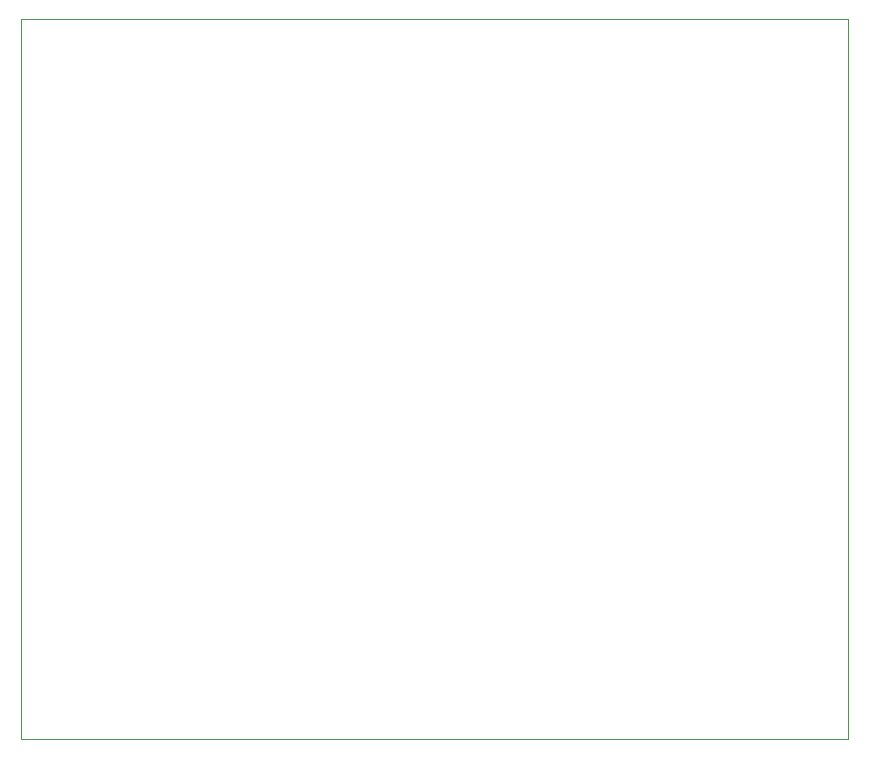
<source format=gm1>
G04 #@! TF.FileFunction,Profile,NP*
%FSLAX46Y46*%
G04 Gerber Fmt 4.6, Leading zero omitted, Abs format (unit mm)*
G04 Created by KiCad (PCBNEW 4.0.7) date 12/26/22 11:34:17*
%MOMM*%
%LPD*%
G01*
G04 APERTURE LIST*
%ADD10C,0.100000*%
G04 APERTURE END LIST*
D10*
X170000000Y-160000000D02*
X170000000Y-99000000D01*
X100000000Y-99000000D02*
X100000000Y-160000000D01*
X170000000Y-99000000D02*
X100000000Y-99000000D01*
X170000000Y-160000000D02*
X100000000Y-160000000D01*
M02*

</source>
